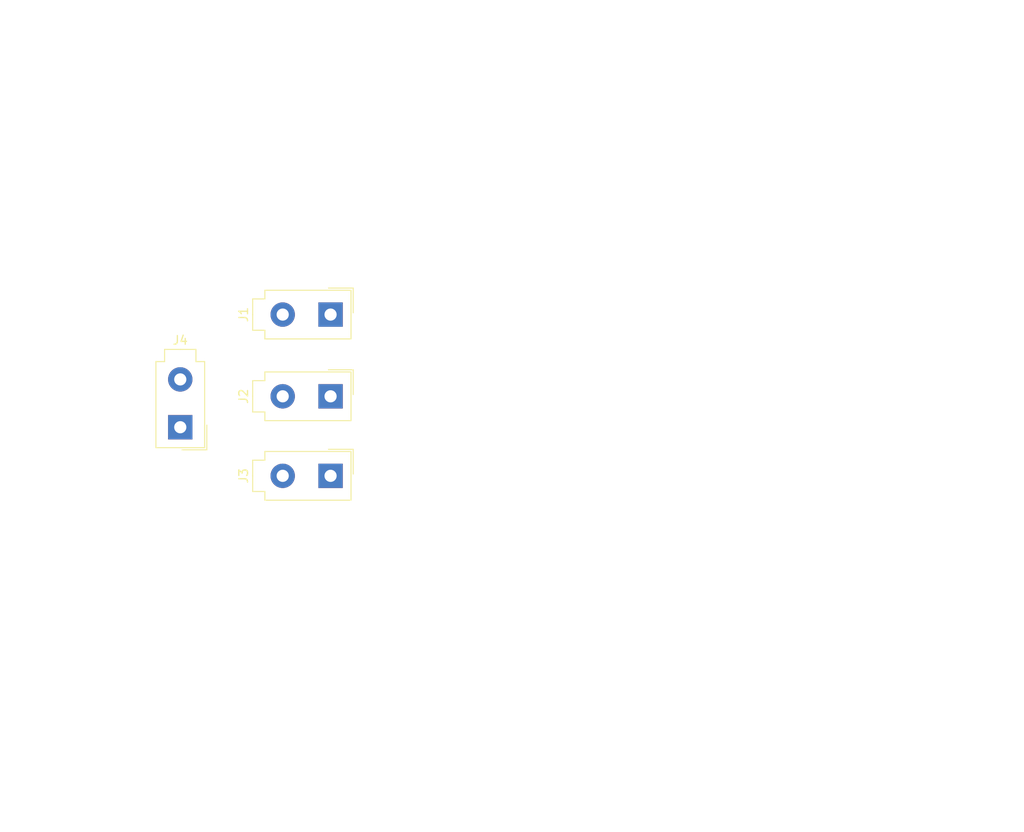
<source format=kicad_pcb>
(kicad_pcb (version 4) (host pcbnew 4.0.6)
  (layers (0 F.Cu signal) (31 B.Cu signal) (34 B.Paste user) (35 F.Paste user) (36 B.SilkS user) (37 F.SilkS user) (38 B.Mask user) (39 F.Mask user) (44 Edge.Cuts user))
  (net 0 "")
  (net 1 "Net-(J1-Pad1)")
  (net 2 "Net-(J1-Pad2)")
  (module Connectors_Molex:Molex_MiniFit-JR-5556-02A_2x01x4.20mm_Straight (layer F.Cu) (at 124.968 84.074 270)
    (fp_text reference J1 (at 0 10 270) (layer F.SilkS))
    (fp_text value vert_miniFit_jr)
    (fp_line (start 0 -2.35) (end -2.8 -2.35) (layer F.SilkS) (width 0.12))
    (fp_line (start -2.8 -2.35) (end -2.8 7.55) (layer F.SilkS) (width 0.12))
    (fp_line (start -2.8 7.55) (end -1.8 7.55) (layer F.SilkS) (width 0.12))
    (fp_line (start -1.8 7.55) (end -1.8 8.95) (layer F.SilkS) (width 0.12))
    (fp_line (start -1.8 8.95) (end 0 8.95) (layer F.SilkS) (width 0.12))
    (fp_line (start 0 -2.35) (end 2.8 -2.35) (layer F.SilkS) (width 0.12))
    (fp_line (start 2.8 -2.35) (end 2.8 7.55) (layer F.SilkS) (width 0.12))
    (fp_line (start 2.8 7.55) (end 1.8 7.55) (layer F.SilkS) (width 0.12))
    (fp_line (start 1.8 7.55) (end 1.8 8.95) (layer F.SilkS) (width 0.12))
    (fp_line (start 1.8 8.95) (end 0 8.95) (layer F.SilkS) (width 0.12))
    (fp_line (start -0.2 -2.6) (end -3.05 -2.6) (layer F.SilkS) (width 0.12))
    (fp_line (start -3.05 -2.6) (end -3.05 0.25) (layer F.SilkS) (width 0.12))
    (pad 1 thru_hole rect (at 0 0 270) (size 2.8 2.8) (drill 1.4) (layers *.Cu *.Mask) (net 1 "Net-(J1-Pad1)"))
    (pad 2 thru_hole circle (at 0 5.5 270) (size 2.8 2.8) (drill 1.4) (layers *.Cu *.Mask) (net 2 "Net-(J1-Pad2)"))
  )
  (module Connectors_Molex:Molex_MiniFit-JR-5556-02A_2x01x4.20mm_Straight (layer F.Cu) (at 124.968 93.472 270)
    (fp_text reference J2 (at 0 10 270) (layer F.SilkS))
    (fp_text value vert_miniFit_jr)
    (fp_line (start 0 -2.35) (end -2.8 -2.35) (layer F.SilkS) (width 0.12))
    (fp_line (start -2.8 -2.35) (end -2.8 7.55) (layer F.SilkS) (width 0.12))
    (fp_line (start -2.8 7.55) (end -1.8 7.55) (layer F.SilkS) (width 0.12))
    (fp_line (start -1.8 7.55) (end -1.8 8.95) (layer F.SilkS) (width 0.12))
    (fp_line (start -1.8 8.95) (end 0 8.95) (layer F.SilkS) (width 0.12))
    (fp_line (start 0 -2.35) (end 2.8 -2.35) (layer F.SilkS) (width 0.12))
    (fp_line (start 2.8 -2.35) (end 2.8 7.55) (layer F.SilkS) (width 0.12))
    (fp_line (start 2.8 7.55) (end 1.8 7.55) (layer F.SilkS) (width 0.12))
    (fp_line (start 1.8 7.55) (end 1.8 8.95) (layer F.SilkS) (width 0.12))
    (fp_line (start 1.8 8.95) (end 0 8.95) (layer F.SilkS) (width 0.12))
    (fp_line (start -0.2 -2.6) (end -3.05 -2.6) (layer F.SilkS) (width 0.12))
    (fp_line (start -3.05 -2.6) (end -3.05 0.25) (layer F.SilkS) (width 0.12))
    (pad 1 thru_hole rect (at 0 0 270) (size 2.8 2.8) (drill 1.4) (layers *.Cu *.Mask) (net 1 "Net-(J1-Pad1)"))
    (pad 2 thru_hole circle (at 0 5.5 270) (size 2.8 2.8) (drill 1.4) (layers *.Cu *.Mask) (net 2 "Net-(J1-Pad2)"))
  )
  (module Connectors_Molex:Molex_MiniFit-JR-5556-02A_2x01x4.20mm_Straight (layer F.Cu) (at 124.968 102.616 270)
    (fp_text reference J3 (at 0 10 270) (layer F.SilkS))
    (fp_text value vert_miniFit_jr)
    (fp_line (start 0 -2.35) (end -2.8 -2.35) (layer F.SilkS) (width 0.12))
    (fp_line (start -2.8 -2.35) (end -2.8 7.55) (layer F.SilkS) (width 0.12))
    (fp_line (start -2.8 7.55) (end -1.8 7.55) (layer F.SilkS) (width 0.12))
    (fp_line (start -1.8 7.55) (end -1.8 8.95) (layer F.SilkS) (width 0.12))
    (fp_line (start -1.8 8.95) (end 0 8.95) (layer F.SilkS) (width 0.12))
    (fp_line (start 0 -2.35) (end 2.8 -2.35) (layer F.SilkS) (width 0.12))
    (fp_line (start 2.8 -2.35) (end 2.8 7.55) (layer F.SilkS) (width 0.12))
    (fp_line (start 2.8 7.55) (end 1.8 7.55) (layer F.SilkS) (width 0.12))
    (fp_line (start 1.8 7.55) (end 1.8 8.95) (layer F.SilkS) (width 0.12))
    (fp_line (start 1.8 8.95) (end 0 8.95) (layer F.SilkS) (width 0.12))
    (fp_line (start -0.2 -2.6) (end -3.05 -2.6) (layer F.SilkS) (width 0.12))
    (fp_line (start -3.05 -2.6) (end -3.05 0.25) (layer F.SilkS) (width 0.12))
    (pad 1 thru_hole rect (at 0 0 270) (size 2.8 2.8) (drill 1.4) (layers *.Cu *.Mask) (net 1 "Net-(J1-Pad1)"))
    (pad 2 thru_hole circle (at 0 5.5 270) (size 2.8 2.8) (drill 1.4) (layers *.Cu *.Mask) (net 2 "Net-(J1-Pad2)"))
  )
  (module Connectors_Molex:Molex_MiniFit-JR-5556-02A_2x01x4.20mm_Straight (layer F.Cu) (at 107.696 97.028 180)
    (fp_text reference J4 (at 0 10 180) (layer F.SilkS))
    (fp_text value vert_miniFit_jr)
    (fp_line (start 0 -2.35) (end -2.8 -2.35) (layer F.SilkS) (width 0.12))
    (fp_line (start -2.8 -2.35) (end -2.8 7.55) (layer F.SilkS) (width 0.12))
    (fp_line (start -2.8 7.55) (end -1.8 7.55) (layer F.SilkS) (width 0.12))
    (fp_line (start -1.8 7.55) (end -1.8 8.95) (layer F.SilkS) (width 0.12))
    (fp_line (start -1.8 8.95) (end 0 8.95) (layer F.SilkS) (width 0.12))
    (fp_line (start 0 -2.35) (end 2.8 -2.35) (layer F.SilkS) (width 0.12))
    (fp_line (start 2.8 -2.35) (end 2.8 7.55) (layer F.SilkS) (width 0.12))
    (fp_line (start 2.8 7.55) (end 1.8 7.55) (layer F.SilkS) (width 0.12))
    (fp_line (start 1.8 7.55) (end 1.8 8.95) (layer F.SilkS) (width 0.12))
    (fp_line (start 1.8 8.95) (end 0 8.95) (layer F.SilkS) (width 0.12))
    (fp_line (start -0.2 -2.6) (end -3.05 -2.6) (layer F.SilkS) (width 0.12))
    (fp_line (start -3.05 -2.6) (end -3.05 0.25) (layer F.SilkS) (width 0.12))
    (pad 1 thru_hole rect (at 0 0 180) (size 2.8 2.8) (drill 1.4) (layers *.Cu *.Mask) (net 1 "Net-(J1-Pad1)"))
    (pad 2 thru_hole circle (at 0 5.5 180) (size 2.8 2.8) (drill 1.4) (layers *.Cu *.Mask) (net 2 "Net-(J1-Pad2)"))
  )
)
</source>
